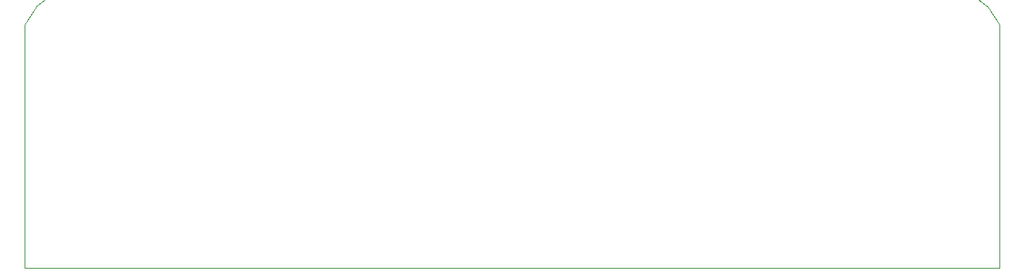
<source format=gbr>
G04 #@! TF.GenerationSoftware,KiCad,Pcbnew,5.1.5-52549c5~84~ubuntu18.04.1*
G04 #@! TF.CreationDate,2020-02-12T22:06:01+00:00*
G04 #@! TF.ProjectId,TSAL_LED,5453414c-5f4c-4454-942e-6b696361645f,rev?*
G04 #@! TF.SameCoordinates,Original*
G04 #@! TF.FileFunction,Profile,NP*
%FSLAX46Y46*%
G04 Gerber Fmt 4.6, Leading zero omitted, Abs format (unit mm)*
G04 Created by KiCad (PCBNEW 5.1.5-52549c5~84~ubuntu18.04.1) date 2020-02-12 22:06:01*
%MOMM*%
%LPD*%
G04 APERTURE LIST*
%ADD10C,0.050000*%
G04 APERTURE END LIST*
D10*
X74930000Y-91440000D02*
X74930000Y-65405000D01*
X179070000Y-91440000D02*
X74930000Y-91440000D01*
X179070000Y-65405000D02*
X179070000Y-91440000D01*
X76200001Y-63500001D02*
X74930000Y-65405000D01*
X177800000Y-63500000D02*
X179070000Y-65405000D01*
X76200001Y-63500002D02*
G75*
G02X177799999Y-63500001I50799999J-63499998D01*
G01*
M02*

</source>
